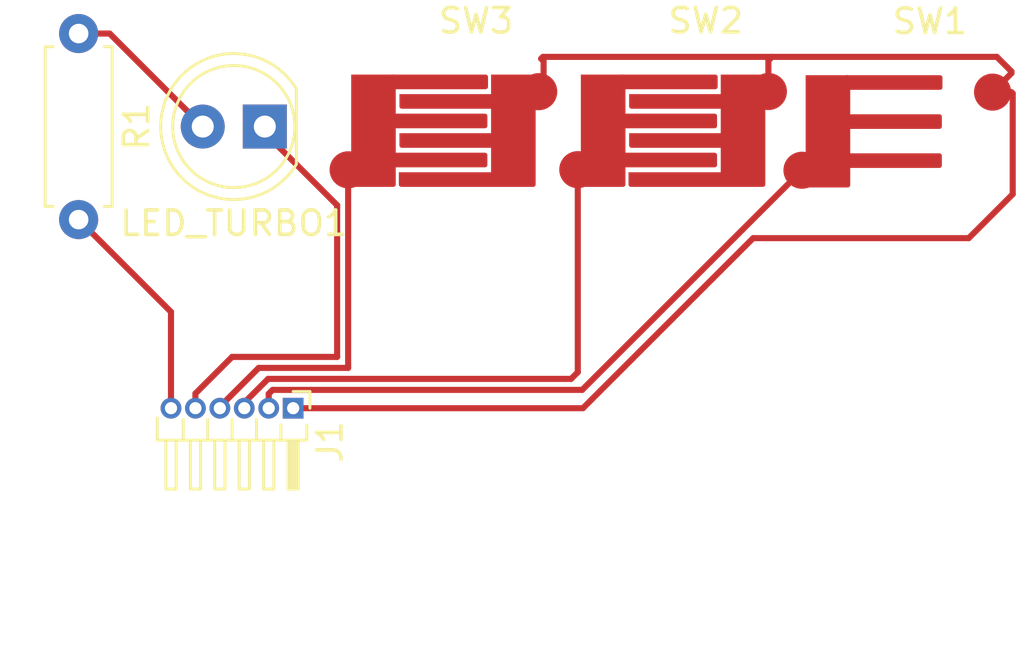
<source format=kicad_pcb>
(kicad_pcb (version 20211014) (generator pcbnew)
  (layers (0 "F.Cu" signal) (31 "B.Cu" signal) (34 "B.Paste" user) (35 "F.Paste" user) (36 "B.SilkS" user "B.Silkscreen") (37 "F.SilkS" user "F.Silkscreen") (38 "B.Mask" user) (39 "F.Mask" user) (44 "Edge.Cuts" user))
  (net 0 "")
  (net 1 "b1")
  (net 2 "b2")
  (net 3 "b3")
  (net 4 "GND")
  (net 5 "GP15")
  (net 6 "LED")
  (net 7 "3v3")
  (footprint "components:membrane_button" (layer "F.Cu") (at 73.95 117.144)
    (fp_text reference "SW2" (at -2.562 -2.1 unlocked) (layer "F.SilkS"))
    (fp_text value "SW_Home")
    (pad "1" smd custom (at -7.8 4) (size 1.524 1.524) (layers "F.Cu" "F.Mask") (net 2 "b2") (options (clearance outline) (anchor circle)) (primitives))
    (pad "2" smd custom (at 0 0.8) (size 1.524 1.524) (layers "F.Cu" "F.Mask") (net 4 "GND") (options (clearance outline) (anchor circle)) (primitives))
  )
  (footprint "components:membrane_button" (layer "F.Cu") (at 64.55 117.15)
    (fp_text reference "SW3" (at -2.562 -2.1 unlocked) (layer "F.SilkS"))
    (fp_text value "SW_Turbo")
    (pad "1" smd custom (at -7.8 4) (size 1.524 1.524) (layers "F.Cu" "F.Mask") (net 3 "b3") (options (clearance outline) (anchor circle)) (primitives))
    (pad "2" smd custom (at 0 0.8) (size 1.524 1.524) (layers "F.Cu" "F.Mask") (net 4 "GND") (options (clearance outline) (anchor circle)) (primitives))
  )
  (footprint "components:membrane_button" (layer "F.Cu") (at 83.125 117.169)
    (fp_text reference "SW1" (at -2.562 -2.1 unlocked) (layer "F.SilkS"))
    (fp_text value "SW_Select")
    (pad "1" smd custom (at -7.8 4) (size 1.524 1.524) (layers "F.Cu" "F.Mask") (net 1 "b1") (options (clearance outline) (anchor circle)) (primitives))
    (pad "2" smd custom (at 0 0.8) (size 1.524 1.524) (layers "F.Cu" "F.Mask") (net 4 "GND") (options (clearance outline) (anchor circle)) (primitives))
  )
  (footprint "Connector_PinHeader_1.00mm:PinHeader_1x06_P1.00mm_Horizontal" (layer "F.Cu") (at 54.5 130.915 -90)
    (fp_text reference "J1" (at 1.375 -1.5 90) (layer "F.SilkS"))
    (fp_text value "Conn_02x03_Top_Bottom")
    (fp_line (start 3.31 5.21) (end 1.31 5.21) (layer "F.SilkS") (width 0.12))
    (fp_line (start 0.468215 2.5) (end 1.31 2.5) (layer "F.SilkS") (width 0.12))
    (fp_line (start 1.31 3.79) (end 3.31 3.79) (layer "F.SilkS") (width 0.12))
    (fp_line (start 3.31 1.21) (end 1.31 1.21) (layer "F.SilkS") (width 0.12))
    (fp_line (start 0.685 -0.56) (end 1.31 -0.56) (layer "F.SilkS") (width 0.12))
    (fp_line (start 1.31 1.79) (end 3.31 1.79) (layer "F.SilkS") (width 0.12))
    (fp_line (start 3.31 3.21) (end 1.31 3.21) (layer "F.SilkS") (width 0.12))
    (fp_line (start 3.31 1.79) (end 3.31 2.21) (layer "F.SilkS") (width 0.12))
    (fp_line (start 1.31 5.56) (end 0.394493 5.56) (layer "F.SilkS") (width 0.12))
    (fp_line (start 3.31 2.21) (end 1.31 2.21) (layer "F.SilkS") (width 0.12))
    (fp_line (start 3.31 4.79) (end 3.31 5.21) (layer "F.SilkS") (width 0.12))
    (fp_line (start 1.31 -0.21) (end 3.31 -0.21) (layer "F.SilkS") (width 0.12))
    (fp_line (start 3.31 0.79) (end 3.31 1.21) (layer "F.SilkS") (width 0.12))
    (fp_line (start 3.31 -0.21) (end 3.31 0.21) (layer "F.SilkS") (width 0.12))
    (fp_line (start 0.685 0.5) (end 1.31 0.5) (layer "F.SilkS") (width 0.12))
    (fp_line (start 3.31 3.79) (end 3.31 4.21) (layer "F.SilkS") (width 0.12))
    (fp_line (start 1.31 4.79) (end 3.31 4.79) (layer "F.SilkS") (width 0.12))
    (fp_line (start 1.31 -0.56) (end 1.31 5.56) (layer "F.SilkS") (width 0.12))
    (fp_line (start 0.468215 3.5) (end 1.31 3.5) (layer "F.SilkS") (width 0.12))
    (fp_line (start 1.31 0.09) (end 3.31 0.09) (layer "F.SilkS") (width 0.12))
    (fp_line (start -0.685 0) (end -0.685 -0.685) (layer "F.SilkS") (width 0.12))
    (fp_line (start 3.31 2.79) (end 3.31 3.21) (layer "F.SilkS") (width 0.12))
    (fp_line (start 3.31 0.21) (end 1.31 0.21) (layer "F.SilkS") (width 0.12))
    (fp_line (start 0.468215 1.5) (end 1.31 1.5) (layer "F.SilkS") (width 0.12))
    (fp_line (start 1.31 2.79) (end 3.31 2.79) (layer "F.SilkS") (width 0.12))
    (fp_line (start -0.685 -0.685) (end 0 -0.685) (layer "F.SilkS") (width 0.12))
    (fp_line (start 0.468215 4.5) (end 1.31 4.5) (layer "F.SilkS") (width 0.12))
    (fp_line (start 1.31 -0.15) (end 3.31 -0.15) (layer "F.SilkS") (width 0.12))
    (fp_line (start 1.31 -0.03) (end 3.31 -0.03) (layer "F.SilkS") (width 0.12))
    (fp_line (start 3.31 4.21) (end 1.31 4.21) (layer "F.SilkS") (width 0.12))
    (fp_line (start 1.31 0.79) (end 3.31 0.79) (layer "F.SilkS") (width 0.12))
    (pad "1" thru_hole rect (at 0 0 270) (size 0.85 0.85) (drill 0.5) (layers *.Cu *.Mask) (net 4 "GND"))
    (pad "2" thru_hole oval (at 0 1 270) (size 0.85 0.85) (drill 0.5) (layers *.Cu *.Mask) (net 1 "b1"))
    (pad "3" thru_hole oval (at 0 2 270) (size 0.85 0.85) (drill 0.5) (layers *.Cu *.Mask) (net 2 "b2"))
    (pad "4" thru_hole oval (at 0 3 270) (size 0.85 0.85) (drill 0.5) (layers *.Cu *.Mask) (net 3 "b3"))
    (pad "5" thru_hole oval (at 0 4 270) (size 0.85 0.85) (drill 0.5) (layers *.Cu *.Mask) (net 5 "GP15"))
    (pad "6" thru_hole oval (at 0 5 270) (size 0.85 0.85) (drill 0.5) (layers *.Cu *.Mask) (net 7 "3v3"))
  )
  (footprint "LED_THT:LED_D5.0mm" (layer "F.Cu") (at 53.34 119.38 180)
    (fp_text reference "LED_TURBO1" (at 1.27 -3.96) (layer "F.SilkS"))
    (fp_text value "LED")
    (fp_line (start -1.29 -1.545) (end -1.29 1.545) (layer "F.SilkS") (width 0.12))
    (fp_arc (start 4.26 -0.000462) (mid 2.072002 2.880433) (end -1.29 1.54483) (layer "F.SilkS") (width 0.12))
    (fp_arc (start -1.29 -1.54483) (mid 2.072002 -2.880433) (end 4.26 0.000462) (layer "F.SilkS") (width 0.12))
    (fp_circle (center 1.27 0) (end 3.77 0) (layer "F.SilkS") (width 0.12) (fill none))
    (pad "1" thru_hole rect (at 0 0 180) (size 1.8 1.8) (drill 0.9) (layers *.Cu *.Mask) (net 5 "GP15"))
    (pad "2" thru_hole circle (at 2.54 0 180) (size 1.8 1.8) (drill 0.9) (layers *.Cu *.Mask) (net 6 "LED"))
  )
  (footprint "Resistor_THT:R_Axial_DIN0207_L6.3mm_D2.5mm_P7.62mm_Horizontal" (layer "F.Cu") (at 45.72 115.57 -90)
    (fp_text reference "R1" (at 3.81 -2.37 90) (layer "F.SilkS"))
    (fp_text value "R_LED")
    (fp_line (start 7.08 1.37) (end 7.08 1.04) (layer "F.SilkS") (width 0.12))
    (fp_line (start 0.54 1.37) (end 7.08 1.37) (layer "F.SilkS") (width 0.12))
    (fp_line (start 0.54 -1.04) (end 0.54 -1.37) (layer "F.SilkS") (width 0.12))
    (fp_line (start 0.54 -1.37) (end 7.08 -1.37) (layer "F.SilkS") (width 0.12))
    (fp_line (start 7.08 -1.37) (end 7.08 -1.04) (layer "F.SilkS") (width 0.12))
    (fp_line (start 0.54 1.04) (end 0.54 1.37) (layer "F.SilkS") (width 0.12))
    (pad "1" thru_hole circle (at 0 0 270) (size 1.6 1.6) (drill 0.8) (layers *.Cu *.Mask) (net 6 "LED"))
    (pad "2" thru_hole oval (at 7.62 0 270) (size 1.6 1.6) (drill 0.8) (layers *.Cu *.Mask) (net 7 "3v3"))
  )
  (gr_rect (start 58.625 117.75) (end 62.375 117.35) (layer "F.Cu") (width 0.2) (fill solid))
  (gr_rect (start 77.225 117.775) (end 80.975 117.375) (layer "F.Cu") (width 0.2) (fill solid))
  (gr_rect (start 72.075 121.35) (end 68.325 121.75) (layer "F.Cu") (width 0.2) (fill solid))
  (gr_rect (start 62.625 118.55) (end 58.95 118.15) (layer "F.Cu") (width 0.2) (fill solid))
  (gr_rect (start 68.1 118.95) (end 71.75 119.35) (layer "F.Cu") (width 0.2) (fill solid))
  (gr_rect (start 68.075 120.55) (end 71.75 120.95) (layer "F.Cu") (width 0.2) (fill solid))
  (gr_rect (start 68.025 117.75) (end 71.775 117.35) (layer "F.Cu") (width 0.2) (fill solid))
  (gr_rect (start 58.675 120.55) (end 62.35 120.95) (layer "F.Cu") (width 0.2) (fill solid))
  (gr_rect (start 77.2 121.775) (end 75.575 117.375) (layer "F.Cu") (width 0.2) (fill solid))
  (gr_rect (start 62.675 121.35) (end 58.925 121.75) (layer "F.Cu") (width 0.2) (fill solid))
  (gr_rect (start 77.3 118.975) (end 80.95 119.375) (layer "F.Cu") (width 0.2) (fill solid))
  (gr_rect (start 62.7 117.35) (end 64.325 121.75) (layer "F.Cu") (width 0.2) (fill solid))
  (gr_rect (start 72.025 118.55) (end 68.35 118.15) (layer "F.Cu") (width 0.2) (fill solid))
  (gr_rect (start 77.275 120.575) (end 80.95 120.975) (layer "F.Cu") (width 0.2) (fill solid))
  (gr_rect (start 62.6 120.15) (end 58.95 119.75) (layer "F.Cu") (width 0.2) (fill solid))
  (gr_rect (start 72.1 117.35) (end 73.725 121.75) (layer "F.Cu") (width 0.2) (fill solid))
  (gr_rect (start 58.7 118.95) (end 62.35 119.35) (layer "F.Cu") (width 0.2) (fill solid))
  (gr_rect (start 72 120.15) (end 68.35 119.75) (layer "F.Cu") (width 0.2) (fill solid))
  (gr_rect (start 58.6 121.75) (end 56.975 117.35) (layer "F.Cu") (width 0.2) (fill solid))
  (gr_rect (start 68 121.75) (end 66.375 117.35) (layer "F.Cu") (width 0.2) (fill solid))
  (segment (start 66.329 130.165) (end 53.66 130.165) (width 0.25) (layer "F.Cu") (net 1))
  (segment (start 53.66 130.165) (end 53.5 130.325) (width 0.25) (layer "F.Cu") (net 1))
  (segment (start 53.5 130.325) (end 53.5 130.915) (width 0.25) (layer "F.Cu") (net 1))
  (segment (start 75.325 121.169) (end 66.329 130.165) (width 0.25) (layer "F.Cu") (net 1))
  (segment (start 65.875 129.715) (end 53.473604 129.715) (width 0.25) (layer "F.Cu") (net 2))
  (segment (start 66.15 129.44) (end 65.875 129.715) (width 0.25) (layer "F.Cu") (net 2))
  (segment (start 66.15 121.144) (end 66.15 129.44) (width 0.25) (layer "F.Cu") (net 2))
  (segment (start 53.473604 129.715) (end 52.5 130.688604) (width 0.25) (layer "F.Cu") (net 2))
  (segment (start 52.5 130.688604) (end 52.5 130.915) (width 0.25) (layer "F.Cu") (net 2))
  (segment (start 56.75 121.15) (end 56.75 129.265) (width 0.25) (layer "F.Cu") (net 3))
  (segment (start 56.75 129.265) (end 53.089339 129.265) (width 0.25) (layer "F.Cu") (net 3))
  (segment (start 53.089339 129.265) (end 51.5 130.854339) (width 0.25) (layer "F.Cu") (net 3))
  (segment (start 51.5 130.854339) (end 51.5 130.915) (width 0.25) (layer "F.Cu") (net 3))
  (segment (start 83.125 117.969) (end 83.894 117.969) (width 0.25) (layer "F.Cu") (net 4))
  (segment (start 82.15 123.95) (end 73.325 123.95) (width 0.25) (layer "F.Cu") (net 4))
  (segment (start 64.725 116.525) (end 64.65 116.6) (width 0.25) (layer "F.Cu") (net 4))
  (segment (start 83.125 117.969) (end 83.9 117.194) (width 0.25) (layer "F.Cu") (net 4))
  (segment (start 74.1 116.525) (end 73.95 116.675) (width 0.25) (layer "F.Cu") (net 4))
  (segment (start 64.75 116.7) (end 64.75 117.526041) (width 0.25) (layer "F.Cu") (net 4))
  (segment (start 73.325 123.95) (end 66.36 130.915) (width 0.25) (layer "F.Cu") (net 4))
  (segment (start 83.9 117.125) (end 83.3 116.525) (width 0.25) (layer "F.Cu") (net 4))
  (segment (start 83.894 117.969) (end 83.95 118.025) (width 0.25) (layer "F.Cu") (net 4))
  (segment (start 83.3 116.525) (end 74.1 116.525) (width 0.25) (layer "F.Cu") (net 4))
  (segment (start 73.95 116.675) (end 73.95 117.944) (width 0.25) (layer "F.Cu") (net 4))
  (segment (start 74.1 116.525) (end 64.725 116.525) (width 0.25) (layer "F.Cu") (net 4))
  (segment (start 66.36 130.915) (end 54.5 130.915) (width 0.25) (layer "F.Cu") (net 4))
  (segment (start 83.9 117.194) (end 83.9 117.125) (width 0.25) (layer "F.Cu") (net 4))
  (segment (start 64.65 116.6) (end 64.75 116.7) (width 0.25) (layer "F.Cu") (net 4))
  (segment (start 83.95 122.15) (end 82.15 123.95) (width 0.25) (layer "F.Cu") (net 4))
  (segment (start 83.95 118.025) (end 83.95 122.15) (width 0.25) (layer "F.Cu") (net 4))
  (segment (start 50.5 130.31396) (end 51.99896 128.815) (width 0.25) (layer "F.Cu") (net 5))
  (segment (start 50.5 130.915) (end 50.5 130.31396) (width 0.25) (layer "F.Cu") (net 5))
  (segment (start 53.34 119.64) (end 53.34 119.38) (width 0.25) (layer "F.Cu") (net 5))
  (segment (start 56.3 122.6) (end 53.34 119.64) (width 0.25) (layer "F.Cu") (net 5))
  (segment (start 56.3 128.815) (end 56.3 122.6) (width 0.25) (layer "F.Cu") (net 5))
  (segment (start 51.99896 128.815) (end 56.3 128.815) (width 0.25) (layer "F.Cu") (net 5))
  (segment (start 46.99 115.57) (end 50.8 119.38) (width 0.25) (layer "F.Cu") (net 6))
  (segment (start 45.72 115.57) (end 46.99 115.57) (width 0.25) (layer "F.Cu") (net 6))
  (segment (start 49.5 126.97) (end 45.72 123.19) (width 0.25) (layer "F.Cu") (net 7))
  (segment (start 49.5 130.915) (end 49.5 126.97) (width 0.25) (layer "F.Cu") (net 7))
)
</source>
